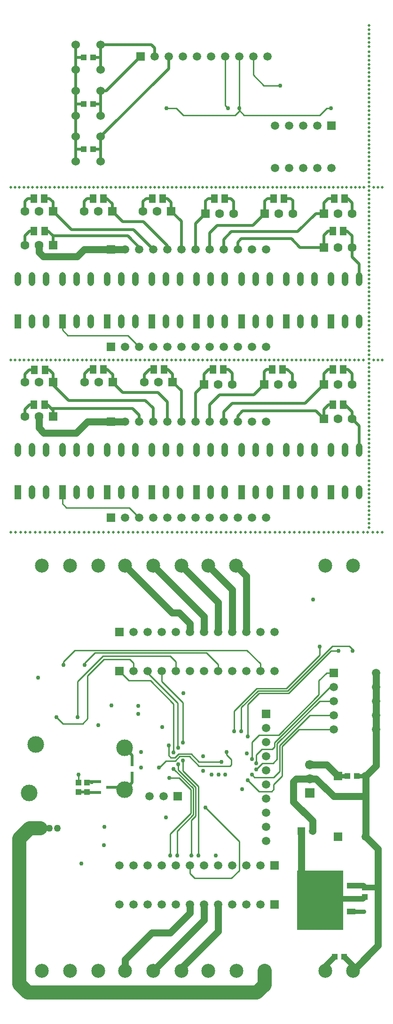
<source format=gbl>
%FSDAX24Y24*%
%MOIN*%
%SFA1B1*%

%IPPOS*%
%ADD10R,0.039400X0.043300*%
%ADD12R,0.043300X0.039400*%
%ADD13R,0.051200X0.059100*%
%ADD22C,0.010000*%
%ADD23C,0.020000*%
%ADD24C,0.050000*%
%ADD25C,0.030000*%
%ADD26C,0.040000*%
%ADD27C,0.100000*%
%ADD30R,0.325000X0.420000*%
%ADD31C,0.019700*%
%ADD32C,0.059100*%
%ADD33R,0.059100X0.059100*%
%ADD34R,0.053100X0.053100*%
%ADD35C,0.053100*%
%ADD36R,0.059100X0.059100*%
%ADD37C,0.063000*%
%ADD38R,0.063000X0.063000*%
%ADD39C,0.118100*%
%ADD40C,0.098400*%
%ADD41C,0.060000*%
%ADD42R,0.066900X0.066900*%
%ADD43C,0.066900*%
%ADD44O,0.047200X0.098400*%
%ADD45R,0.047200X0.098400*%
%ADD46C,0.030000*%
%ADD47C,0.050000*%
%ADD49R,0.021700X0.057100*%
%ADD50R,0.051200X0.023600*%
%ADD51R,0.061000X0.043300*%
%ADD52R,0.061000X0.043300*%
%ADD53R,0.061000X0.135800*%
%LNde-120824-1*%
%LPD*%
G54D10*
X035300Y018300D03*
Y017631D03*
X015000Y025735D03*
Y025065D03*
X015600D03*
Y025735D03*
G54D12*
X033835Y013400D03*
X033165D03*
X034735Y026200D03*
X034065D03*
X016035Y073800D03*
X015365D03*
X016035Y077100D03*
X015365D03*
X016035Y070600D03*
X015365D03*
G54D13*
X011852Y064800D03*
X012600D03*
X011852Y052500D03*
X012600D03*
X011826Y067100D03*
X012574D03*
X011876Y054950D03*
X012624D03*
X016026Y067100D03*
X016774D03*
X016026Y055000D03*
X016774D03*
X020226Y067100D03*
X020974D03*
X020326Y055000D03*
X021074D03*
X025374Y067100D03*
X024626D03*
X025274Y055000D03*
X024526D03*
X029574Y067100D03*
X028826D03*
X029474Y055000D03*
X028726D03*
X033874Y067100D03*
X033126D03*
X033774Y055000D03*
X033026D03*
X033774Y064800D03*
X033026D03*
X033774Y052500D03*
X033026D03*
G54D22*
X022450Y073000D02*
X026100D01*
X021950Y073500D02*
X022450Y073000D01*
X021250Y073500D02*
X021950D01*
X026400Y073300D02*
Y073350D01*
X032600Y073500D02*
X032900D01*
X032100Y073000D02*
X032600Y073500D01*
X026750Y073000D02*
X032100D01*
X026400Y073350D02*
X026750Y073000D01*
X026400Y073350D02*
Y073500D01*
X026100Y073000D02*
X026400Y073300D01*
X025400Y073700D02*
X025600Y073500D01*
X025400Y073700D02*
Y077150D01*
X026400Y073500D02*
Y077150D01*
X028150Y075100D02*
X029300D01*
X027400Y075850D02*
X028150Y075100D01*
X027400Y075850D02*
Y077150D01*
X022050Y028175D02*
Y031350D01*
X020725Y026775D02*
X021220Y027270D01*
X032100Y035300D02*
X032150Y035350D01*
X026550Y029350D02*
Y031045D01*
X027000Y029000D02*
Y031241D01*
X027300Y028600D02*
X027800Y029100D01*
X026050Y029350D02*
Y030800D01*
X022075Y026630D02*
Y027025D01*
X021750Y026700D02*
X023140Y025310D01*
X021450Y026050D02*
X022145D01*
X022400Y026559D02*
Y027300D01*
X022105Y027760D02*
X022990D01*
X022180Y027580D02*
X022870D01*
X021845Y027500D02*
X022105Y027760D01*
X021400Y027650D02*
Y028350D01*
X021750Y027850D02*
Y031300D01*
X021550Y027500D02*
X021845D01*
X021220Y027270D02*
X021870D01*
X021400Y027650D02*
X021550Y027500D01*
X021870Y027270D02*
X022180Y027580D01*
X025750Y026900D02*
X025850Y027000D01*
X023550Y026900D02*
X025750D01*
X022870Y027580D02*
X023550Y026900D01*
X032909Y035050D02*
X033450D01*
X029899Y032040D02*
X032909Y035050D01*
X034200Y035400D02*
X034450Y035150D01*
X033005Y035400D02*
X034200D01*
X029825Y032220D02*
X033005Y035400D01*
X034450Y035050D02*
Y035150D01*
X027799Y032040D02*
X029899D01*
X027000Y031241D02*
X027799Y032040D01*
X027725Y032220D02*
X029825D01*
X026550Y031045D02*
X027725Y032220D01*
X032100Y034750D02*
Y035300D01*
X029750Y032400D02*
X032100Y034750D01*
X027650Y032400D02*
X029750D01*
X026050Y030800D02*
X027650Y032400D01*
X027300Y027400D02*
Y028600D01*
X023550Y027200D02*
X025150D01*
X025500Y027700D02*
Y027900D01*
Y027700D02*
X025850Y027350D01*
X022990Y027760D02*
X023550Y027200D01*
X025850Y027000D02*
Y027350D01*
X029450Y028300D02*
X030650Y029500D01*
X029450Y026200D02*
Y028300D01*
X028850Y025600D02*
X029450Y026200D01*
X029260Y026510D02*
Y028365D01*
X028850Y026100D02*
X029260Y026510D01*
Y028365D02*
X031395Y030500D01*
X029080Y027380D02*
Y028480D01*
X028800Y027100D02*
X029080Y027380D01*
X028050Y027100D02*
X028800D01*
X029080Y028480D02*
X032100Y031500D01*
X028900Y028555D02*
X032845Y032500D01*
X028900Y028250D02*
Y028555D01*
X028750Y028100D02*
X028900Y028250D01*
X028000Y028100D02*
X028750D01*
X032050Y032950D02*
X032600Y033500D01*
X032050Y031959D02*
Y032950D01*
X029191Y029100D02*
X032050Y031959D01*
X027800Y029100D02*
X029191D01*
X031395Y030500D02*
X033100D01*
X030650Y029500D02*
X033100D01*
X032600Y033500D02*
X033100D01*
X032845Y032500D02*
X033100D01*
X032100Y031500D02*
X033100D01*
X027600Y027700D02*
X028000Y028100D01*
X027600Y027100D02*
Y027700D01*
X027000Y025900D02*
X027800Y025100D01*
X028700*
X028850Y025250*
Y025600*
X027475Y026100D02*
X028850D01*
X027300Y026275D02*
X027475Y026100D01*
X027600Y026650D02*
X028050Y027100D01*
X022025Y028150D02*
X022050Y028175D01*
X019900Y033500D02*
X022050Y031350D01*
X020900Y032877D02*
X022400Y031377D01*
Y028570D02*
Y031377D01*
X020100Y032950D02*
X021750Y031300D01*
X022145Y026050D02*
X022960Y025235D01*
Y023560D02*
Y025235D01*
X021500Y022100D02*
X022960Y023560D01*
X023140Y023440D02*
Y025310D01*
X022000Y022300D02*
X023140Y023440D01*
X022075Y026630D02*
X023320Y025385D01*
Y023365D02*
Y025385D01*
X023000Y023045D02*
X023320Y023365D01*
X023500Y020550D02*
Y025459D01*
X022400Y026559D02*
X023500Y025459D01*
X023000Y020550D02*
X023104D01*
X023000D02*
Y023045D01*
X022000Y020550D02*
Y022300D01*
X021500Y020550D02*
Y022100D01*
X022900Y019300D02*
Y019843D01*
Y019300D02*
X023250Y018950D01*
X025850*
X026400Y019500*
Y021550*
X024000Y023950D02*
X026400Y021550D01*
X015000Y025735D02*
Y026300D01*
X019900Y033500D02*
Y033622D01*
X020900Y032877D02*
Y033622D01*
X018572Y032950D02*
X020100D01*
X017900Y033622D02*
X018572Y032950D01*
X018900Y033622D02*
Y034200D01*
X018650Y034450D02*
X018900Y034200D01*
X016800Y034450D02*
X018650D01*
X015650Y033300D02*
X016800Y034450D01*
X015650Y030250D02*
Y033300D01*
X015300Y029900D02*
X015650Y030250D01*
X013900Y029900D02*
X015300D01*
X013450Y030350D02*
X013900Y029900D01*
X021500Y034700D02*
X021900Y034300D01*
X016750Y034700D02*
X021500D01*
X014950Y032900D02*
X016750Y034700D01*
X014950Y030350D02*
Y032900D01*
X021900Y033622D02*
Y034300D01*
X024080Y034920D02*
X024900Y034100D01*
X016170Y034920D02*
X024080D01*
X015450Y034200D02*
X016170Y034920D01*
X026950Y035100D02*
X027900Y034150D01*
X014750Y035100D02*
X026950D01*
X013950Y034300D02*
X014750Y035100D01*
X015450Y034050D02*
Y034200D01*
X013950Y034050D02*
Y034300D01*
X027900Y033622D02*
Y034150D01*
X024900Y033622D02*
Y034100D01*
X013871Y057779D02*
Y058400D01*
Y057779D02*
X014250Y057400D01*
X018500*
X019300Y056600*
X013871Y045479D02*
Y046300D01*
Y045479D02*
X014150Y045200D01*
X018600*
X019300Y044500*
G54D23*
X016586Y071486D02*
X021400Y076300D01*
Y077150*
X016586Y070600D02*
Y071486D01*
Y069714D02*
Y070600D01*
X016035D02*
X016586D01*
Y074736D02*
X016986D01*
X019400Y077150*
X016586Y073750D02*
Y074736D01*
Y072964D02*
Y073750D01*
X016536Y073800D02*
X016586Y073750D01*
X016035Y073800D02*
X016536D01*
X020400Y077150D02*
Y077750D01*
X020164Y077986D02*
X020400Y077750D01*
X016586Y077986D02*
X020164D01*
X016586Y077100D02*
Y077986D01*
Y076214D02*
Y077100D01*
X016035D02*
X016586D01*
X014814D02*
Y077986D01*
Y076214D02*
Y077100D01*
X015365*
X014814Y073800D02*
Y074736D01*
Y072964D02*
Y073800D01*
X015365*
X014814Y070600D02*
Y071486D01*
Y069714D02*
Y070600D01*
X015365*
X014814Y074736D02*
Y076214D01*
Y071486D02*
Y072964D01*
X015639Y025774D02*
X016387D01*
X018500Y064450D02*
X019450Y063500D01*
X034900Y061400D02*
Y062450D01*
X034400Y062950D02*
X034900Y062450D01*
X034400Y062950D02*
Y063631D01*
X013200Y064450D02*
X018500D01*
X018900Y064900D02*
X020300Y063500D01*
X013200Y063800D02*
Y064350D01*
X019300Y063500D02*
X019450D01*
X019600Y065450D02*
X021300Y063750D01*
X030550Y064750D02*
X031831Y066031D01*
X025850Y064750D02*
X030550D01*
X025300Y064200D02*
X025850Y064750D01*
X027378Y065200D02*
X028209Y066031D01*
X024850Y065200D02*
X027378D01*
X024300Y064650D02*
X024850Y065200D01*
X026300Y063500D02*
Y064000D01*
X026550Y064250*
X030100*
X030719Y063631*
X032400*
X031831Y066031D02*
X032400D01*
X025300Y063500D02*
Y064200D01*
X024300Y063500D02*
Y064650D01*
X023300Y063500D02*
Y065312D01*
X024018Y066031*
X022300Y063500D02*
Y065482D01*
X021582Y066200D02*
X022300Y065482D01*
X034400Y063631D02*
Y064450D01*
X034050Y064800D02*
X034400Y064450D01*
X033774Y064800D02*
X034050D01*
X032400Y063631D02*
Y064500D01*
X032700Y064800*
X033026*
X032400Y066031D02*
Y066800D01*
X032700Y067100*
X033126*
X034400Y066031D02*
Y066800D01*
X034100Y067100D02*
X034400Y066800D01*
X033874Y067100D02*
X034100D01*
X030209Y066031D02*
Y066941D01*
X030050Y067100D02*
X030209Y066941D01*
X029574Y067100D02*
X030050D01*
X028209Y066031D02*
Y066909D01*
X028400Y067100*
X028826*
X026018Y066031D02*
Y066882D01*
X025800Y067100D02*
X026018Y066882D01*
X025374Y067100D02*
X025800D01*
X024018Y066031D02*
Y066918D01*
X024200Y067100*
X024626*
X021582Y066200D02*
Y066818D01*
X021300Y067100D02*
X021582Y066818D01*
X020974Y067100D02*
X021300D01*
X019582Y066200D02*
Y066882D01*
X019800Y067100*
X020226*
X015600D02*
X016026D01*
X015391Y066891D02*
X015600Y067100D01*
X015391Y066200D02*
Y066891D01*
X017391Y066200D02*
Y066709D01*
X017000Y067100D02*
X017391Y066709D01*
X016774Y067100D02*
X017000D01*
X021300Y063500D02*
Y063750D01*
X013200Y066200D02*
Y066850D01*
X012950Y067100D02*
X013200Y066850D01*
X012574Y067100D02*
X012950D01*
X011400D02*
X011826D01*
X011200Y066900D02*
X011400Y067100D01*
X011200Y066200D02*
Y066900D01*
Y063800D02*
Y064450D01*
X011550Y064800*
X011852*
X012850D02*
X013200Y064450D01*
X012600Y064800D02*
X012850D01*
X018286Y028176D02*
X018800Y027662D01*
Y027163D02*
Y027662D01*
X018286Y025224D02*
X018800Y025738D01*
Y026237*
X018109Y025400D02*
X018286Y025224D01*
X017213Y025400D02*
X018109D01*
X015000Y025065D02*
D01*
X015600*
Y025735D02*
X015639Y025774D01*
Y025026D02*
X016387D01*
X015600Y025065D02*
X015639Y025026D01*
X034900Y049300D02*
Y051000D01*
X034400Y051500D02*
X034900Y051000D01*
X033774Y052500D02*
X033900D01*
X034400Y052000*
Y051500D02*
Y052000D01*
X032750Y052500D02*
X033026D01*
X032400Y052150D02*
X032750Y052500D01*
X032400Y051500D02*
Y052150D01*
X033774Y055000D02*
X034100D01*
X034400Y054700*
Y053931D02*
Y054700D01*
X032700Y055000D02*
X033026D01*
X032400Y054700D02*
X032700Y055000D01*
X032400Y053931D02*
Y054700D01*
X029474Y055000D02*
X029800D01*
X030160Y054640*
Y053931D02*
Y054640D01*
X028350Y055000D02*
X028726D01*
X028160Y054810D02*
X028350Y055000D01*
X028160Y053931D02*
Y054810D01*
X025274Y055000D02*
X025650D01*
X025920Y054730*
Y053931D02*
Y054730D01*
X024250Y055000D02*
X024526D01*
X023920Y054670D02*
X024250Y055000D01*
X023920Y053931D02*
Y054670D01*
X021074Y055000D02*
X021350D01*
X021680Y054670*
Y054100D02*
Y054670D01*
X020050Y055000D02*
X020326D01*
X019680Y054630D02*
X020050Y055000D01*
X019680Y054100D02*
Y054630D01*
X015750Y055000D02*
X016026D01*
X015440Y054690D02*
X015750Y055000D01*
X015440Y054100D02*
Y054690D01*
X016774Y055000D02*
X017050D01*
X017440Y054610*
Y054100D02*
Y054610D01*
X011500Y054950D02*
X011876D01*
X011200Y054650D02*
X011500Y054950D01*
X011200Y054100D02*
Y054650D01*
X012624Y054950D02*
X012950D01*
X013200Y054700*
Y054100D02*
Y054700D01*
X011550Y052500D02*
X011852D01*
X011200Y052150D02*
X011550Y052500D01*
X011200Y051669D02*
Y052150D01*
X012600Y052500D02*
X012800D01*
X013200Y051669D02*
Y052100D01*
X019300Y051300D02*
Y051750D01*
X018825Y052225D02*
X019300Y051750D01*
X013075Y052225D02*
X018825D01*
X012800Y052500D02*
X013075Y052225D01*
X013200Y052100*
X020300Y051300D02*
Y052250D01*
X013200Y053900D02*
Y054100D01*
X021300Y051300D02*
Y052700D01*
X020650Y053350D02*
X021300Y052700D01*
X018150Y053350D02*
X020650D01*
X017440Y054060D02*
X018150Y053350D01*
X017440Y054060D02*
Y054100D01*
X013200Y053900D02*
X014300Y052800D01*
X019750*
X020300Y052250*
X013200Y066200D02*
X014500Y064900D01*
X018900*
X017391Y066200D02*
X018141Y065450D01*
X019600*
X022300Y051300D02*
Y053480D01*
X021680Y054100D02*
X022300Y053480D01*
X023300Y051300D02*
Y053311D01*
X023920Y053931*
X024300Y051300D02*
Y052500D01*
X025300Y051300D02*
Y052000D01*
X031069Y052600D02*
X032400Y053931D01*
X026300Y051300D02*
Y051700D01*
X026650Y052050*
X031850*
X032400Y051500*
X025300Y052000D02*
X025900Y052600D01*
X024300Y052500D02*
X025000Y053200D01*
X027429*
X028160Y053931*
X025900Y052600D02*
X031069D01*
G54D24*
X012200Y063300D02*
Y063800D01*
Y063300D02*
X012500Y063000D01*
X014900*
X015400Y063500*
X017300*
X018300*
X035384Y024750D02*
Y026184D01*
Y021900D02*
Y024750D01*
X033100D02*
X035384D01*
X031850Y026000D02*
X033100Y024750D01*
X031400Y026000D02*
X031850D01*
X030450D02*
X031400D01*
X030250Y025800D02*
X030450Y026000D01*
X030250Y024350D02*
Y025800D01*
Y024350D02*
X031594Y023006D01*
Y022300D02*
Y023006D01*
X036100Y032500D02*
Y033500D01*
Y031500D02*
Y032500D01*
Y030500D02*
Y031500D01*
Y029500D02*
Y030500D01*
Y026932D02*
Y029500D01*
X035368Y026200D02*
X036100Y026932D01*
X035368Y026200D02*
X035384Y026184D01*
X036250Y018450D02*
Y021034D01*
Y014181D02*
Y018450D01*
X035384Y021900D02*
X036250Y021034D01*
X034469Y012400D02*
X036250Y014181D01*
X032600Y027000D02*
X033400Y026200D01*
X031400Y027000D02*
X032600D01*
X030806Y019106D02*
Y022300D01*
X030750Y019050D02*
X030806Y019106D01*
X020200Y015100D02*
X021500D01*
X018300Y013200D02*
X020200Y015100D01*
X018300Y012400D02*
Y013200D01*
X022900Y016500D02*
Y017100D01*
X021500Y015100D02*
X022900Y016500D01*
X023900Y016000D02*
Y017100D01*
X020300Y012400D02*
X023900Y016000D01*
X022300Y012600D02*
X024900Y015200D01*
X022300Y012400D02*
Y012600D01*
X024900Y015200D02*
Y017100D01*
X021650Y037750D02*
X022150D01*
X018300Y041100D02*
X021650Y037750D01*
X022150D02*
X022900Y037000D01*
Y036378D02*
Y037000D01*
X023900Y036378D02*
Y037500D01*
X020300Y041100D02*
X023900Y037500D01*
X026900Y036378D02*
Y040368D01*
X026168Y041100D02*
X026900Y040368D01*
X025900Y036378D02*
Y039400D01*
X024200Y041100D02*
X025900Y039400D01*
X024900Y036378D02*
Y038500D01*
X022300Y041100D02*
X024900Y038500D01*
X014850Y050500D02*
X015650Y051300D01*
X012550Y050500D02*
X014850D01*
X012200Y050850D02*
X012550Y050500D01*
X012200Y050850D02*
Y051669D01*
X015650Y051300D02*
X017300D01*
X018300*
G54D25*
X034329Y016594D02*
X035250D01*
X034735Y026200D02*
X035368D01*
X033400D02*
X034065D01*
G54D26*
X036100Y018300D02*
X036250Y018450D01*
X035300Y018300D02*
X036100D01*
X035169Y017500D02*
X035300Y017631D01*
X034329Y017500D02*
X035169D01*
X035194Y018406D02*
X035300Y018300D01*
X034329Y018406D02*
X035194D01*
X032500Y012735D02*
X033165Y013400D01*
X032500Y012400D02*
Y012735D01*
X033835Y013400D02*
X034469Y012766D01*
Y012400D02*
Y012766D01*
X033200Y017500D02*
X034329D01*
G54D27*
X011550Y022500D02*
X012300D01*
X010800Y021750D02*
X011550Y022500D01*
X010800Y011450D02*
Y021750D01*
Y011450D02*
X011400Y010850D01*
X027650*
X028200Y011400*
Y012400*
G54D30*
X032125Y017400D03*
G54D31*
X035591Y078148D03*
Y078446D03*
Y078745D03*
Y077850D03*
Y079341D03*
Y079043D03*
Y044098D03*
Y043800D03*
X035200Y043465D03*
X035591Y044993D03*
Y044695D03*
Y044396D03*
Y050659D03*
Y050958D03*
Y051256D03*
Y051554D03*
Y047975D03*
Y048273D03*
Y048572D03*
Y049466D03*
Y049168D03*
Y048870D03*
Y050361D03*
Y050063D03*
Y049765D03*
Y047081D03*
Y047379D03*
Y047677D03*
Y046186D03*
Y046484D03*
Y046782D03*
Y045888D03*
Y045589D03*
Y045291D03*
Y051852D03*
Y052150D03*
Y052449D03*
Y053343D03*
Y053045D03*
Y052747D03*
Y054238D03*
Y053940D03*
Y053642D03*
Y056326D03*
Y056624D03*
Y056922D03*
Y055431D03*
Y055729D03*
Y056027D03*
Y055133D03*
Y054835D03*
Y054536D03*
Y059010D03*
Y059308D03*
Y059606D03*
Y058115D03*
Y058413D03*
Y058712D03*
Y057817D03*
Y057519D03*
Y057220D03*
Y065273D03*
Y065571D03*
Y065869D03*
Y066764D03*
Y066465D03*
Y066167D03*
Y067658D03*
Y067360D03*
Y067062D03*
Y062588D03*
Y062887D03*
Y063185D03*
Y064080D03*
Y063781D03*
Y063483D03*
Y064974D03*
Y064676D03*
Y064378D03*
Y061694D03*
Y061992D03*
Y062290D03*
Y060799D03*
Y061097D03*
Y061396D03*
Y060501D03*
Y060203D03*
Y059904D03*
Y070641D03*
Y070939D03*
Y071237D03*
Y072132D03*
Y071834D03*
Y071535D03*
Y069746D03*
Y070044D03*
Y070342D03*
Y068851D03*
Y069150D03*
Y069448D03*
Y068553D03*
Y068255D03*
Y067957D03*
Y076605D03*
Y076904D03*
Y077202D03*
Y077500D03*
Y073921D03*
Y074219D03*
Y074518D03*
Y075412D03*
Y075114D03*
Y074816D03*
Y076307D03*
Y076009D03*
Y075711D03*
Y073027D03*
Y073325D03*
Y073623D03*
Y072430D03*
Y072728D03*
X010200Y067874D03*
X010509D03*
X010819D03*
X011746D03*
X011437D03*
X011128D03*
X012674D03*
X012365D03*
X012056D03*
X014839D03*
X015148D03*
X015457D03*
X013911D03*
X014220D03*
X014530D03*
X013602D03*
X013293D03*
X012983D03*
X017622D03*
X017931D03*
X018241D03*
X016694D03*
X017004D03*
X017313D03*
X016385D03*
X016076D03*
X015767D03*
X024117D03*
X024426D03*
X024735D03*
X025663D03*
X025354D03*
X025044D03*
X026591D03*
X026281D03*
X025972D03*
X021333D03*
X021643D03*
X021952D03*
X022880D03*
X022570D03*
X022261D03*
X023807D03*
X023498D03*
X023189D03*
X020406D03*
X020715D03*
X021024D03*
X019478D03*
X019787D03*
X020096D03*
X019169D03*
X018859D03*
X018550D03*
X032467D03*
X032776D03*
X033085D03*
X034013D03*
X033704D03*
X033394D03*
X034941D03*
X034631D03*
X034322D03*
X029683D03*
X029993D03*
X030302D03*
X031230D03*
X030920D03*
X030611D03*
X032157D03*
X031848D03*
X031539D03*
X028756D03*
X029065D03*
X029374D03*
X027828D03*
X028137D03*
X028446D03*
X027518D03*
X027209D03*
X026900D03*
X035950D03*
X036250D03*
X036550D03*
X035250D03*
X010200Y055669D03*
X010516D03*
X010833D03*
X011782D03*
X011466D03*
X011149D03*
X012732D03*
X012415D03*
X012099D03*
X014947D03*
X015263D03*
X015580D03*
X013997D03*
X014314D03*
X014630D03*
X013681D03*
X013365D03*
X013048D03*
X017795D03*
X018111D03*
X018428D03*
X016846D03*
X017162D03*
X017478D03*
X016529D03*
X016213D03*
X015896D03*
X024441D03*
X024757D03*
X025073D03*
X026023D03*
X025706D03*
X025390D03*
X026972D03*
X026656D03*
X026339D03*
X021592D03*
X021909D03*
X022225D03*
X023175D03*
X022858D03*
X022542D03*
X024124D03*
X023808D03*
X023491D03*
X020643D03*
X020959D03*
X021276D03*
X019694D03*
X020010D03*
X020327D03*
X019377D03*
X019061D03*
X018744D03*
X032985D03*
X033301D03*
X033618D03*
X034567D03*
X034251D03*
X033934D03*
X030137D03*
X030453D03*
X030770D03*
X031719D03*
X031403D03*
X031086D03*
X032668D03*
X032352D03*
X032035D03*
X029187D03*
X029504D03*
X029820D03*
X028238D03*
X028554D03*
X028871D03*
X027922D03*
X027605D03*
X027289D03*
X035930D03*
X036240D03*
X036550D03*
X035200D03*
X034884D03*
X026149Y043465D03*
X026495D03*
X026842D03*
X027882D03*
X027535D03*
X027189D03*
X028922D03*
X028576D03*
X028229D03*
X029962D03*
X029616D03*
X029269D03*
X018521D03*
X018174D03*
X018868D03*
X021988D03*
X022335D03*
X022682D03*
X020948D03*
X021295D03*
X021641D03*
X025455D03*
X025802D03*
X023375D03*
X023028D03*
X015401D03*
X015747D03*
X016094D03*
X017134D03*
X016787D03*
X016441D03*
X017828D03*
X017481D03*
X013320D03*
X013667D03*
X014014D03*
X014361D03*
X015054D03*
X014707D03*
X012280D03*
X012627D03*
X012974D03*
X011240D03*
X011587D03*
X011934D03*
X010893D03*
X010547D03*
X010200D03*
X019561D03*
X019214D03*
X020601D03*
X020255D03*
X019908D03*
X031349D03*
X031696D03*
X032043D03*
X030309D03*
X030656D03*
X031003D03*
X033430D03*
X033776D03*
X033083D03*
X032736D03*
X032389D03*
X025108D03*
X024068D03*
X024415D03*
X024762D03*
X023722D03*
X034123D03*
X034470D03*
X034816D03*
X036550D03*
X036203D03*
X035856D03*
X035510D03*
G54D32*
X028950Y069250D03*
X029950D03*
X030950D03*
X031950D03*
X032950D03*
X028950Y072250D03*
X029950D03*
X030950D03*
X031950D03*
X035384Y021900D03*
X035368Y026200D03*
X027900Y019843D03*
X026900D03*
X025900D03*
X024900D03*
X023900D03*
X022900D03*
X021900D03*
X020900D03*
X019900D03*
X018900D03*
X017900D03*
X018900Y033622D03*
X019900D03*
X020900D03*
X021900D03*
X022900D03*
X023900D03*
X024900D03*
X025900D03*
X026900D03*
X027900D03*
X028900D03*
X020050Y024750D03*
X021050D03*
X028300Y029600D03*
Y027600D03*
Y026600D03*
Y025600D03*
Y024600D03*
Y023600D03*
Y022600D03*
Y021600D03*
Y028600D03*
X027900Y017100D03*
X026900D03*
X025900D03*
X024900D03*
X023900D03*
X022900D03*
X021900D03*
X020900D03*
X019900D03*
X018900D03*
X017900D03*
X018900Y036378D03*
X019900D03*
X020900D03*
X021900D03*
X022900D03*
X023900D03*
X024900D03*
X025900D03*
X026900D03*
X027900D03*
X028900D03*
X018300Y056600D03*
X019300D03*
X020300D03*
X021300D03*
X022300D03*
X023300D03*
X024300D03*
X025300D03*
X026300D03*
X027300D03*
X028300D03*
X020400Y077150D03*
X022400D03*
X023400D03*
X024400D03*
X025400D03*
X026400D03*
X027400D03*
X028400D03*
X021400D03*
X018300Y063500D03*
X019300D03*
X020300D03*
X021300D03*
X022300D03*
X023300D03*
X024300D03*
X025300D03*
X026300D03*
X027300D03*
X028300D03*
X018300Y044500D03*
X019300D03*
X020300D03*
X021300D03*
X022300D03*
X023300D03*
X024300D03*
X025300D03*
X026300D03*
X027300D03*
X028300D03*
X018300Y051300D03*
X019300D03*
X020300D03*
X021300D03*
X022300D03*
X023300D03*
X024300D03*
X025300D03*
X026300D03*
X027300D03*
X028300D03*
X036100Y029500D03*
Y030500D03*
Y031500D03*
Y032500D03*
Y033500D03*
X033100Y029500D03*
Y030500D03*
Y031500D03*
Y032500D03*
G54D33*
X032950Y072250D03*
X028300Y030600D03*
G54D34*
X030806Y022300D03*
G54D35*
X031594Y022300D03*
G54D36*
X033416Y021900D03*
X033400Y026200D03*
X028900Y019843D03*
X017900Y033622D03*
X022050Y024750D03*
X028900Y017100D03*
X017900Y036378D03*
X017300Y056600D03*
X019400Y077150D03*
X017300Y063500D03*
Y044500D03*
Y051300D03*
X033100Y033500D03*
G54D37*
X011200Y063800D03*
X012200D03*
X011200Y051669D03*
X012200D03*
X011200Y066200D03*
X012200D03*
X011200Y054100D03*
X012200D03*
X015391Y066200D03*
X016391D03*
X015440Y054100D03*
X016440D03*
X019582Y066200D03*
X020582D03*
X019680Y054100D03*
X020680D03*
X026018Y066031D03*
X025018D03*
X025920Y053931D03*
X024920D03*
X030209Y066031D03*
X029209D03*
X030160Y053931D03*
X029160D03*
X034400Y066031D03*
X033400D03*
X034400Y053931D03*
X033400D03*
X034400Y063631D03*
X033400D03*
X034400Y051500D03*
X033400D03*
G54D38*
X013200Y063800D03*
Y051669D03*
Y066200D03*
Y054100D03*
X017391Y066200D03*
X017440Y054100D03*
X021582Y066200D03*
X021680Y054100D03*
X024018Y066031D03*
X023920Y053931D03*
X028209Y066031D03*
X028160Y053931D03*
X032400Y066031D03*
Y053931D03*
Y063631D03*
Y051500D03*
G54D39*
X018286Y028176D03*
Y025224D03*
X011987Y028413D03*
X011514Y024987D03*
G54D40*
X032516Y041100D03*
X034484D03*
X024200Y012400D03*
X026200D03*
X028200D03*
X018300D03*
X020300D03*
X022300D03*
X012400D03*
X014400D03*
X016400D03*
Y041100D03*
X014400D03*
X012400D03*
X034469Y012400D03*
X032500D03*
X022300Y041100D03*
X020300D03*
X018300D03*
X026168D03*
X024200D03*
G54D41*
X014814Y074736D03*
X016586D03*
X014814Y072964D03*
X016586D03*
X014814Y077986D03*
X016586D03*
X014814Y076214D03*
X016586D03*
X014814Y071486D03*
X016586D03*
X014814Y069714D03*
X016586D03*
G54D42*
X031400Y025000D03*
G54D43*
X031400Y026000D03*
Y027000D03*
G54D44*
X012700Y061400D03*
X011700D03*
X010700D03*
X012700Y058400D03*
X011700D03*
X012700Y049300D03*
X011700D03*
X010700D03*
X012700Y046300D03*
X011700D03*
X015871Y061400D03*
X014871D03*
X013871D03*
X015871Y058400D03*
X014871D03*
X015871Y049300D03*
X014871D03*
X013871D03*
X015871Y046300D03*
X014871D03*
X019043Y061400D03*
X018043D03*
X017043D03*
X019043Y058400D03*
X018043D03*
X019043Y049300D03*
X018043D03*
X017043D03*
X019043Y046300D03*
X018043D03*
X022214Y061400D03*
X021214D03*
X020214D03*
X022214Y058400D03*
X021214D03*
X022214Y049300D03*
X021214D03*
X020214D03*
X022214Y046300D03*
X021214D03*
X025386Y061400D03*
X024386D03*
X023386D03*
X025386Y058400D03*
X024386D03*
X025386Y049300D03*
X024386D03*
X023386D03*
X025386Y046300D03*
X024386D03*
X028557Y061400D03*
X027557D03*
X026557D03*
X028557Y058400D03*
X027557D03*
X028557Y049300D03*
X027557D03*
X026557D03*
X028557Y046300D03*
X027557D03*
X031729Y061400D03*
X030729D03*
X029729D03*
X031729Y058400D03*
X030729D03*
X031729Y049300D03*
X030729D03*
X029729D03*
X031729Y046300D03*
X030729D03*
X034900Y061400D03*
X033900D03*
X032900D03*
X034900Y058400D03*
X033900D03*
X034900Y049300D03*
X033900D03*
X032900D03*
X034900Y046300D03*
X033900D03*
G54D45*
X010700Y058400D03*
Y046300D03*
X013871Y058400D03*
Y046300D03*
X017043Y058400D03*
Y046300D03*
X020214Y058400D03*
Y046300D03*
X023386Y058400D03*
Y046300D03*
X026557Y058400D03*
Y046300D03*
X029729Y058400D03*
Y046300D03*
X032900Y058400D03*
Y046300D03*
G54D46*
X032900Y073500D03*
X021250D03*
X025600D03*
X026400D03*
X029300Y075100D03*
X017350Y031200D03*
X015200Y020000D03*
X026550Y029350D03*
X027000Y029000D03*
X026050Y029350D03*
X022450Y032050D03*
X016400Y029800D03*
X021200Y023250D03*
X016850Y022600D03*
X026600Y025250D03*
X020950Y029650D03*
X012150Y033150D03*
X025400Y026300D03*
X024950D03*
X024450D03*
X022075Y027025D03*
X021750Y026700D03*
X021450Y026050D03*
X022400Y027300D03*
X021400Y028350D03*
X021750Y027850D03*
X022075Y028200D03*
X023850Y026550D03*
Y027600D03*
X033450Y035050D03*
X034450D03*
X032100Y035350D03*
X026950Y027800D03*
X025150Y027200D03*
X025500Y027900D03*
X019450Y026800D03*
Y027900D03*
X020700Y026800D03*
X016800Y021300D03*
X027600Y026650D03*
X027300Y027400D03*
X027000Y025900D03*
X027300Y026275D03*
X027600Y027100D03*
X024750Y020550D03*
X015950Y025750D03*
X022400Y028550D03*
X023500Y020550D03*
X023000D03*
X021500D03*
X022000D03*
X015000Y026300D03*
X035250Y016594D03*
X031650Y038700D03*
X015450Y034050D03*
X013950D03*
X013450Y030350D03*
X014950D03*
X019250Y030600D03*
Y031150D03*
X024000Y023950D03*
G54D47*
X032800Y015900D03*
Y016800D03*
Y017700D03*
Y018600D03*
X031925Y015900D03*
Y016800D03*
Y017700D03*
Y018600D03*
X031050Y015900D03*
Y016800D03*
Y017700D03*
Y018600D03*
X012950Y022500D03*
X012300D03*
X013500D03*
G54D49*
X018800Y026237D03*
Y027163D03*
G54D50*
X016387Y025026D03*
Y025774D03*
X017213Y025400D03*
G54D51*
X034329Y018406D03*
G54D52*
X034329Y017500D03*
Y016594D03*
G54D53*
X031671Y017500D03*
M02*
</source>
